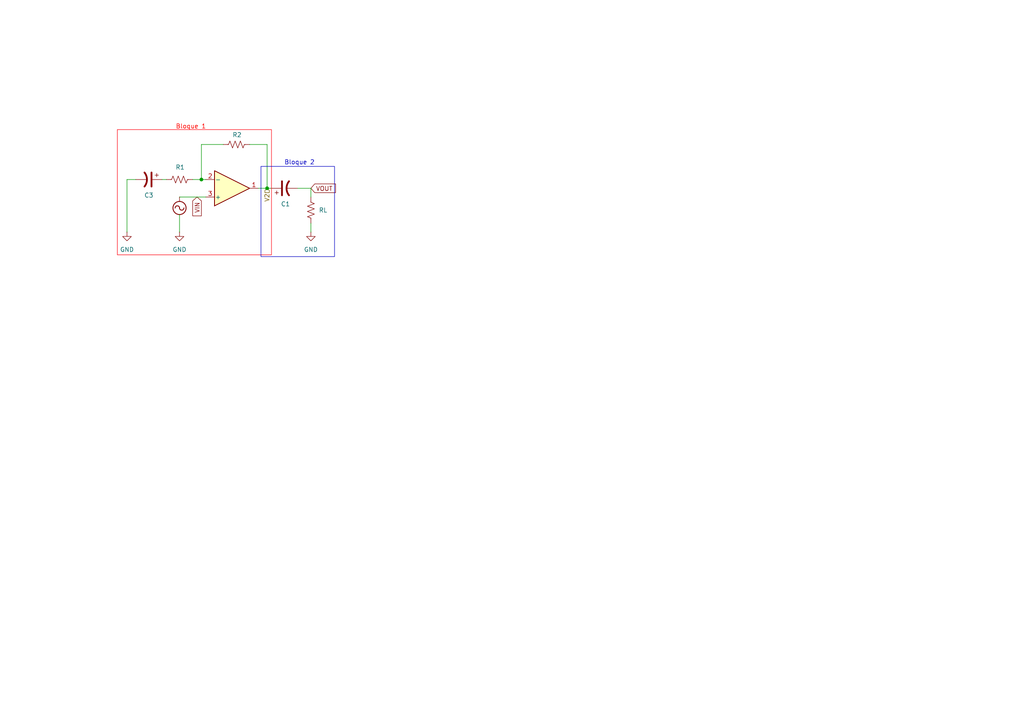
<source format=kicad_sch>
(kicad_sch (version 20231120) (generator "eeschema") (generator_version "8.0")
  (paper "A4")
  (lib_symbols
    (symbol "Amplifier_Operational:OP279" (pin_names (offset 0.127))
      (property "Reference" "U" (at 0 5.08 0))
      (property "Value" "OP279" (at 0 -5.08 0))
      (symbol "OP279_1_1"
        (polyline (pts (xy -5.08 5.08) (xy 5.08 0) (xy -5.08 -5.08) (xy -5.08 5.08)) (stroke (width 0.254)) (fill (type background)))
        (pin output line (at 7.62 0 180) (length 2.54) (name "~") (number "1"))
        (pin input line (at -7.62 -2.54 0) (length 2.54) (name "-") (number "2"))
        (pin input line (at -7.62 2.54 0) (length 2.54) (name "+") (number "3"))
      )
      (symbol "OP279_2_1"
        (polyline (pts (xy -5.08 5.08) (xy 5.08 0) (xy -5.08 -5.08) (xy -5.08 5.08)) (stroke (width 0.254)) (fill (type background)))
        (pin input line (at -7.62 2.54 0) (length 2.54) (name "+") (number "5"))
        (pin input line (at -7.62 -2.54 0) (length 2.54) (name "-") (number "6"))
        (pin output line (at 7.62 0 180) (length 2.54) (name "~") (number "7"))
      )
      (symbol "OP279_3_1"
        (pin power_in line (at -2.54 -7.62 90) (length 3.81) (name "V-") (number "4"))
        (pin power_in line (at -2.54 7.62 270) (length 3.81) (name "V+") (number "8"))
      )
    )
    (symbol "Device:C_Polarized_US" (pin_numbers hide) (pin_names (offset 0.254) hide)
      (property "Reference" "C" (at 0.635 2.54 0))
      (property "Value" "C_Polarized_US" (at 0.635 -2.54 0))
      (symbol "C_Polarized_US_0_1"
        (polyline (pts (xy -2.032 0.762) (xy 2.032 0.762)) (stroke (width 0.508)))
        (polyline (pts (xy -1.778 2.286) (xy -0.762 2.286)))
        (polyline (pts (xy -1.27 1.778) (xy -1.27 2.794)))
        (arc (start 2.032 -1.27) (mid 0 -0.5572) (end -2.032 -1.27) (stroke (width 0.508)))
      )
      (symbol "C_Polarized_US_1_1"
        (pin passive line (at 0 3.81 270) (length 2.794) (name "~") (number "1"))
        (pin passive line (at 0 -3.81 90) (length 3.302) (name "~") (number "2"))
      )
    )
    (symbol "Device:R_US" (pin_numbers hide) (pin_names (offset 0))
      (property "Reference" "R" (at 2.54 0 90))
      (property "Value" "R_US" (at -2.54 0 90))
      (symbol "R_US_0_1"
        (polyline (pts (xy 0 -2.286) (xy 0 -2.54)))
        (polyline (pts (xy 0 2.286) (xy 0 2.54)))
        (polyline (pts (xy 0 -0.762) (xy 1.016 -1.143) (xy 0 -1.524) (xy -1.016 -1.905) (xy 0 -2.286)))
        (polyline (pts (xy 0 0.762) (xy 1.016 0.381) (xy 0 0) (xy -1.016 -0.381) (xy 0 -0.762)))
        (polyline (pts (xy 0 2.286) (xy 1.016 1.905) (xy 0 1.524) (xy -1.016 1.143) (xy 0 0.762)))
      )
      (symbol "R_US_1_1"
        (pin passive line (at 0 3.81 270) (length 1.27) (name "~") (number "1"))
        (pin passive line (at 0 -3.81 90) (length 1.27) (name "~") (number "2"))
      )
    )
    (symbol "power:GND" (power) (pin_numbers hide) (pin_names (offset 0) hide)
      (property "Value" "GND" (at 0 -3.81 0))
      (symbol "GND_0_1"
        (polyline (pts (xy 0 0) (xy 0 -1.27) (xy 1.27 -1.27) (xy 0 -2.54) (xy -1.27 -1.27) (xy 0 -1.27)))
      )
      (symbol "GND_1_1"
        (pin power_in line (at 0 0 270) (length 0) (name "~") (number "1"))
      )
    )
    (symbol "power:VAC" (power) (pin_numbers hide) (pin_names (offset 0) hide)
      (property "Value" "VAC" (at 0 6.35 0))
      (symbol "VAC_0_1"
        (polyline (pts (xy 0 0) (xy 0 1.27)))
        (arc (start 0 3.175) (mid -0.635 3.8073) (end -1.27 3.175) (stroke (width 0.254)))
        (arc (start 0 3.175) (mid 0.635 2.5427) (end 1.27 3.175) (stroke (width 0.254)))
        (circle (center 0 3.175) (radius 1.905) (stroke (width 0.254)))
      )
      (symbol "VAC_1_1"
        (pin power_in line (at 0 0 90) (length 0) (name "~") (number "1"))
      )
    )
  )
  (junction (at 58.42 52.07))
  (junction (at 77.47 54.61))
  (wire (pts (xy 90.17 64.77) (xy 90.17 67.31)))
  (wire (pts (xy 77.47 41.91) (xy 77.47 54.61)))
  (wire (pts (xy 58.42 52.07) (xy 59.69 52.07)))
  (wire (pts (xy 77.47 54.61) (xy 78.74 54.61)))
  (wire (pts (xy 36.83 67.31) (xy 36.83 52.07)))
  (wire (pts (xy 58.42 41.91) (xy 58.42 52.07)))
  (wire (pts (xy 36.83 52.07) (xy 39.37 52.07)))
  (wire (pts (xy 72.39 41.91) (xy 77.47 41.91)))
  (wire (pts (xy 55.88 52.07) (xy 58.42 52.07)))
  (wire (pts (xy 74.93 54.61) (xy 77.47 54.61)))
  (wire (pts (xy 86.36 54.61) (xy 90.17 54.61)))
  (wire (pts (xy 46.99 52.07) (xy 48.26 52.07)))
  (wire (pts (xy 52.07 57.15) (xy 59.69 57.15)))
  (wire (pts (xy 90.17 54.61) (xy 90.17 57.15)))
  (wire (pts (xy 64.77 41.91) (xy 58.42 41.91)))
  (wire (pts (xy 52.07 62.23) (xy 52.07 67.31)))
  (rectangle (start 75.692 48.26) (end 97.028 74.422))
  (rectangle (start 34.036 37.592) (end 78.74 73.914) (stroke (width 0) (color 255 10 21 1)))
  (text "Bloque 2\n" (at 86.868 47.244 0) (effects (font (size 1.27 1.27))))
  (text "Bloque 1" (at 55.372 36.83 0) (effects (font (size 1.27 1.27))))
  (global_label "VOUT" (shape input) (at 90.17 54.61 0) (property "Intersheetrefs" "${INTERSHEET_REFS}" (effects (hide yes))))
  (global_label "VIN" (shape input) (at 57.15 57.15 270) (property "Intersheetrefs" "${INTERSHEET_REFS}" (effects (hide yes))))
  (hierarchical_label "V2" (shape input) (at 77.47 54.61 270))
  (symbol (lib_id "power:GND") (at 36.83 67.31 0) (unit 1)
    (property "Reference" "#PWR02" (effects (hide yes)))
    (property "Value" "GND" (at 36.83 72.39 0))
    (property "Description" "Power symbol creates a global label with name \"GND\" , ground" (effects (hide yes)))
  )
  (symbol (lib_id "Device:R_US") (at 68.58 41.91 90) (unit 1)
    (property "Reference" "R2" (at 70.104 39.116 90) (effects (justify left)))
    (property "Value" "R_US" (effects (hide yes)))
    (property "Description" "Resistor, US symbol" (effects (hide yes)))
  )
  (symbol (lib_id "power:GND") (at 52.07 67.31 0) (unit 1)
    (property "Reference" "#PWR04" (effects (hide yes)))
    (property "Value" "GND" (at 52.07 72.39 0))
    (property "Description" "Power symbol creates a global label with name \"GND\" , ground" (effects (hide yes)))
  )
  (symbol (lib_id "Device:R_US") (at 52.07 52.07 90) (unit 1)
    (property "Reference" "R1" (at 53.594 48.514 90) (effects (justify left)))
    (property "Value" "R_US" (effects (hide yes)))
    (property "Description" "Resistor, US symbol" (effects (hide yes)))
  )
  (symbol (lib_id "power:VAC") (at 52.07 57.15 180) (unit 1)
    (property "Reference" "#PWR03" (effects (hide yes)))
    (property "Value" "VAC" (effects (hide yes)))
    (property "Description" "Power symbol creates a global label with name \"VAC\"" (effects (hide yes)))
  )
  (symbol (lib_id "Device:R_US") (at 90.17 60.96 0) (unit 1)
    (property "Reference" "RL" (at 92.456 60.96 0) (effects (justify left)))
    (property "Value" "R_US" (effects (hide yes)))
    (property "Description" "Resistor, US symbol" (effects (hide yes)))
  )
  (symbol (lib_id "Device:C_Polarized_US") (at 43.18 52.07 270) (unit 1)
    (property "Reference" "C3" (at 43.18 56.642 90))
    (property "Value" "C_Polarized_US" (effects (hide yes)))
    (property "Description" "Polarized capacitor, US symbol" (effects (hide yes)))
  )
  (symbol (lib_id "Amplifier_Operational:OP279") (at 67.31 54.61 0) (mirror x) (unit 1)
    (property "Reference" "U1" (effects (hide yes)))
    (property "Value" "OP279" (effects (hide yes)))
    (property "Datasheet" "https://www.analog.com/media/en/technical-documentation/data-sheets/OP179_279.pdf" (effects (hide yes)))
    (property "Description" "Dual Rail-to-Rail High Output Current Operational Amplifiers, SOIC-8/TSSOP-8" (effects (hide yes)))
  )
  (symbol (lib_id "power:GND") (at 90.17 67.31 0) (unit 1)
    (property "Reference" "#PWR01" (effects (hide yes)))
    (property "Value" "GND" (at 90.17 72.39 0))
    (property "Description" "Power symbol creates a global label with name \"GND\" , ground" (effects (hide yes)))
  )
  (symbol (lib_id "Device:C_Polarized_US") (at 82.55 54.61 90) (unit 1)
    (property "Reference" "C1" (at 82.804 59.182 90))
    (property "Value" "C_Polarized_US" (effects (hide yes)))
    (property "Description" "Polarized capacitor, US symbol" (effects (hide yes)))
  )
)
</source>
